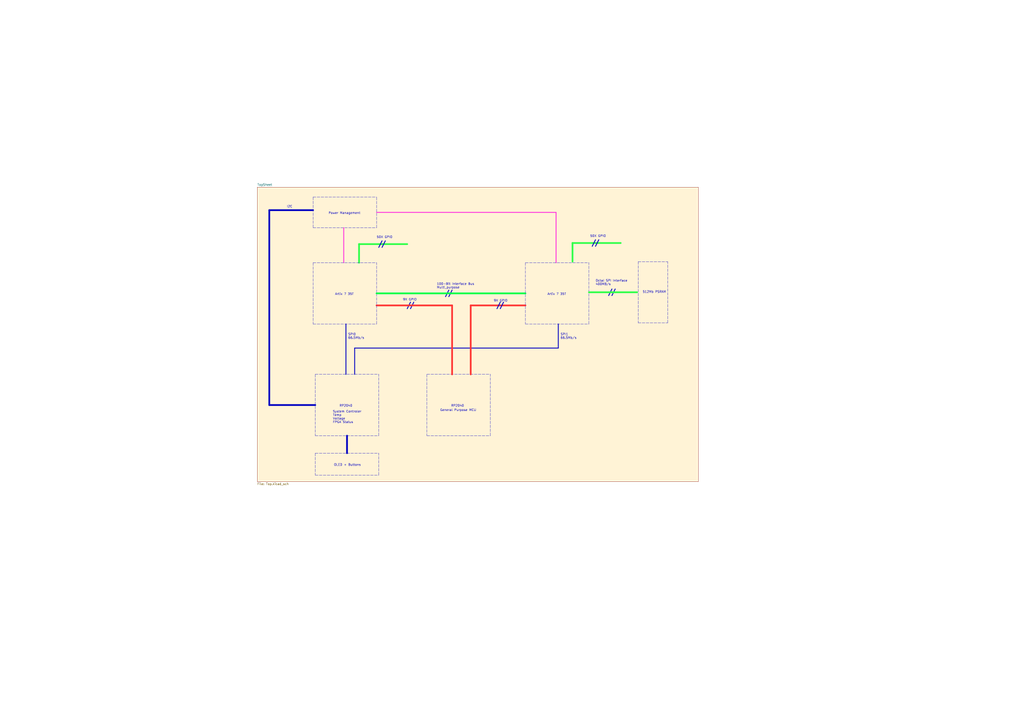
<source format=kicad_sch>
(kicad_sch (version 20211123) (generator eeschema)
  (paper "A2")
  (title_block (title "General Block Diagram") (date "2023-02-15") (rev "1") (comment 1 "Designed by DragonEnjoyer :3"))
  (lib_symbols)
  (polyline (pts (xy 218.44 132.08) (xy 218.44 114.3)))
  (polyline (pts (xy 288.29 179.07) (xy 290.195 175.26)) (stroke (width 0.5) (type solid)))
  (polyline (pts (xy 182.88 275.59) (xy 219.71 275.59)))
  (polyline (pts (xy 182.88 217.17) (xy 219.71 217.17)))
  (polyline (pts (xy 304.8 152.4) (xy 304.8 187.96)))
  (polyline (pts (xy 247.65 217.17) (xy 247.65 252.73)))
  (polyline (pts (xy 218.44 170.18) (xy 304.8 170.18)) (stroke (width 1) (type solid) (color 0 255 72 1)))
  (polyline (pts (xy 219.71 143.51) (xy 221.615 139.7)) (stroke (width 0.5) (type solid)))
  (polyline (pts (xy 341.63 169.545) (xy 369.57 169.545)) (stroke (width 1) (type solid) (color 46 255 73 1)))
  (polyline (pts (xy 236.22 179.07) (xy 238.125 175.26)) (stroke (width 0.5) (type solid)))
  (polyline (pts (xy 182.88 234.95) (xy 156.21 234.95)) (stroke (width 1) (type solid)))
  (polyline (pts (xy 182.88 217.17) (xy 182.88 252.73)))
  (polyline (pts (xy 247.65 252.73) (xy 284.48 252.73)))
  (polyline (pts (xy 332.105 151.765) (xy 332.105 140.97)) (stroke (width 1) (type solid) (color 46 255 73 1)))
  (polyline (pts (xy 323.85 201.93) (xy 323.85 187.96)) (stroke (width 0.5) (type solid)))
  (polyline (pts (xy 221.615 143.51) (xy 223.52 139.7)) (stroke (width 0.5) (type solid)))
  (polyline (pts (xy 273.05 217.17) (xy 273.05 177.165)) (stroke (width 1) (type solid) (color 255 54 52 1)))
  (polyline (pts (xy 341.63 187.96) (xy 341.63 152.4)))
  (polyline (pts (xy 345.44 142.875) (xy 347.345 139.065)) (stroke (width 0.5) (type solid)))
  (polyline (pts (xy 181.61 152.4) (xy 218.44 152.4)))
  (polyline (pts (xy 219.71 252.73) (xy 219.71 217.17)))
  (polyline (pts (xy 156.21 234.95) (xy 156.21 121.92)) (stroke (width 1) (type solid)))
  (polyline (pts (xy 354.965 171.45) (xy 356.87 167.64)) (stroke (width 0.5) (type solid)))
  (polyline (pts (xy 370.205 151.765) (xy 387.35 151.765)))
  (polyline (pts (xy 208.28 141.605) (xy 236.22 141.605)) (stroke (width 1) (type solid) (color 46 255 73 1)))
  (polyline (pts (xy 218.44 123.19) (xy 322.58 123.19)) (stroke (width 0.5) (type solid) (color 255 48 222 1)))
  (polyline (pts (xy 219.71 275.59) (xy 219.71 262.89)))
  (polyline (pts (xy 290.195 179.07) (xy 292.1 175.26)) (stroke (width 0.5) (type solid)))
  (polyline (pts (xy 238.125 179.07) (xy 240.03 175.26)) (stroke (width 0.5) (type solid)))
  (polyline (pts (xy 205.74 217.17) (xy 205.74 201.93)) (stroke (width 0.5) (type solid)))
  (polyline (pts (xy 156.21 121.92) (xy 181.61 121.92)) (stroke (width 1) (type solid)))
  (polyline (pts (xy 181.61 152.4) (xy 181.61 187.96)))
  (polyline (pts (xy 343.535 142.875) (xy 345.44 139.065)) (stroke (width 0.5) (type solid)))
  (polyline (pts (xy 201.295 252.73) (xy 201.295 262.89)) (stroke (width 1) (type solid)))
  (polyline (pts (xy 181.61 114.3) (xy 181.61 132.08)))
  (polyline (pts (xy 387.35 187.325) (xy 387.35 151.765)))
  (polyline (pts (xy 181.61 187.96) (xy 218.44 187.96)))
  (polyline (pts (xy 260.35 172.085) (xy 262.255 168.275)) (stroke (width 0.5) (type solid)))
  (polyline (pts (xy 258.445 172.085) (xy 260.35 168.275)) (stroke (width 0.5) (type solid)))
  (polyline (pts (xy 304.8 187.96) (xy 341.63 187.96)))
  (polyline (pts (xy 262.255 217.17) (xy 262.255 177.165)) (stroke (width 1) (type solid) (color 255 54 52 1)))
  (polyline (pts (xy 205.74 201.93) (xy 323.85 201.93)) (stroke (width 0.5) (type solid)))
  (polyline (pts (xy 332.105 140.97) (xy 360.045 140.97)) (stroke (width 1) (type solid) (color 46 255 73 1)))
  (polyline (pts (xy 370.205 151.765) (xy 370.205 187.325)))
  (polyline (pts (xy 181.61 114.3) (xy 218.44 114.3)))
  (polyline (pts (xy 182.88 262.89) (xy 182.88 275.59)))
  (polyline (pts (xy 370.205 187.325) (xy 387.35 187.325)))
  (polyline (pts (xy 353.06 171.45) (xy 354.965 167.64)) (stroke (width 0.5) (type solid)))
  (polyline (pts (xy 247.65 217.17) (xy 284.48 217.17)))
  (polyline (pts (xy 200.66 187.96) (xy 200.66 217.17)) (stroke (width 0.5) (type solid)))
  (polyline (pts (xy 273.05 177.165) (xy 304.8 177.165)) (stroke (width 1) (type solid) (color 255 54 52 1)))
  (polyline (pts (xy 208.28 152.4) (xy 208.28 141.605)) (stroke (width 1) (type solid) (color 46 255 73 1)))
  (polyline (pts (xy 218.44 187.96) (xy 218.44 152.4)))
  (polyline (pts (xy 182.88 262.89) (xy 219.71 262.89)))
  (polyline (pts (xy 262.255 177.165) (xy 218.44 177.165)) (stroke (width 1) (type solid) (color 255 54 52 1)))
  (polyline (pts (xy 199.39 132.08) (xy 199.39 152.4)) (stroke (width 0.5) (type solid) (color 255 48 222 1)))
  (polyline (pts (xy 182.88 252.73) (xy 219.71 252.73)))
  (polyline (pts (xy 322.58 123.19) (xy 322.58 152.4)) (stroke (width 0.5) (type solid) (color 255 48 222 1)))
  (polyline (pts (xy 304.8 152.4) (xy 341.63 152.4)))
  (polyline (pts (xy 181.61 132.08) (xy 218.44 132.08)))
  (polyline (pts (xy 284.48 252.73) (xy 284.48 217.17)))
  (text "OLED + Buttons" (at 193.675 270.51 0) (effects (font (size 1.27 1.27)) (justify left bottom)))
  (text "I2C" (at 166.37 120.65 0) (effects (font (size 1.27 1.27)) (justify left bottom)))
  (text "SPI0\n66.5Mb/s" (at 201.93 196.85 0) (effects (font (size 1.27 1.27)) (justify left bottom)))
  (text "100-Bit Interface Bus\nMulti_purpose\n" (at 253.365 167.64 0) (effects (font (size 1.27 1.27)) (justify left bottom)))
  (text "512Mb PSRAM\n" (at 372.745 170.18 0) (effects (font (size 1.27 1.27)) (justify left bottom)))
  (text "Octal SPI Interface \n400MB/s" (at 345.44 165.735 0) (effects (font (size 1.27 1.27)) (justify left bottom)))
  (text "50X GPIO" (at 342.265 137.795 0) (effects (font (size 1.27 1.27)) (justify left bottom)))
  (text "RP2040" (at 196.85 236.22 0) (effects (font (size 1.27 1.27)) (justify left bottom)))
  (text "System Controler\nTemp\nVoltage\nFPGA Status" (at 193.04 245.745 0) (effects (font (size 1.27 1.27)) (justify left bottom)))
  (text "SPI1\n66.5Mb/s" (at 325.12 196.85 0) (effects (font (size 1.27 1.27)) (justify left bottom)))
  (text "Artix 7 35T\n" (at 194.31 171.45 0) (effects (font (size 1.27 1.27)) (justify left bottom)))
  (text "Power Management" (at 190.5 124.46 0) (effects (font (size 1.27 1.27)) (justify left bottom)))
  (text "9X GPIO" (at 233.68 174.625 0) (effects (font (size 1.27 1.27)) (justify left bottom)))
  (text "Artix 7 35T\n" (at 317.5 171.45 0) (effects (font (size 1.27 1.27)) (justify left bottom)))
  (text "General Purpose MCU" (at 255.27 238.76 0) (effects (font (size 1.27 1.27)) (justify left bottom)))
  (text "50X GPIO" (at 218.44 138.43 0) (effects (font (size 1.27 1.27)) (justify left bottom)))
  (text "9X GPIO" (at 286.385 175.26 0) (effects (font (size 1.27 1.27)) (justify left bottom)))
  (text "RP2040" (at 261.62 236.22 0) (effects (font (size 1.27 1.27)) (justify left bottom)))
  (sheet (at 149.225 108.585) (size 255.905 170.815) (stroke (width 0.1524)) (fill (color 255 243 214 1.0000))
    (property "Sheet name" "TopSheet" (at 149.225 107.8734 0) (effects (justify left bottom)))
    (property "Sheet file" "Top.kicad_sch" (at 149.225 279.9846 0) (effects (justify left top)))
  )
)
</source>
